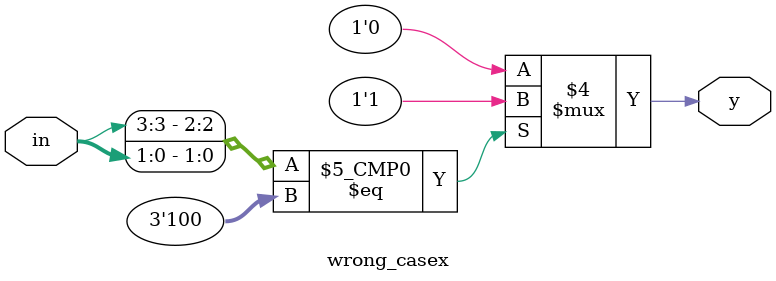
<source format=v>
module wrong_casex (
    input [3:0] in,
    output reg y
);
  always @(*) begin
    casex (in)
      4'b1x00: y = 1;  
      4'b0x00: y = 0;  
      default: y = 0;
    endcase
  end
endmodule


</source>
